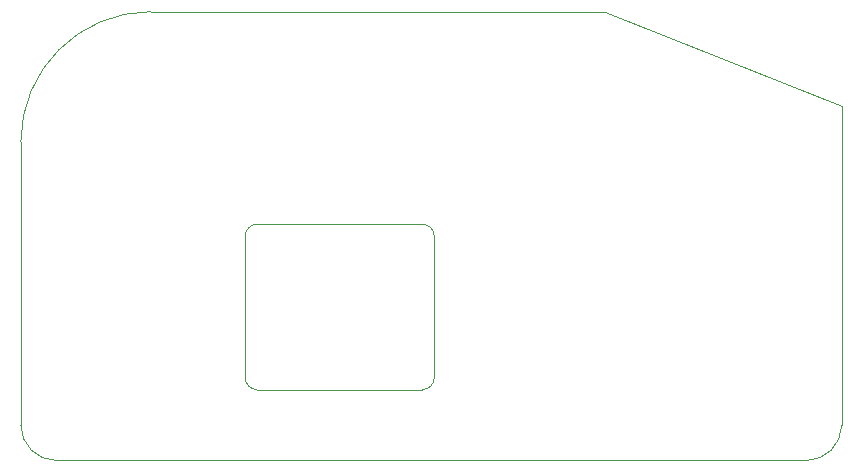
<source format=gbr>
%TF.GenerationSoftware,KiCad,Pcbnew,(5.1.10)-1*%
%TF.CreationDate,2023-05-11T15:26:33-07:00*%
%TF.ProjectId,CUBOTino2,4355424f-5469-46e6-9f32-2e6b69636164,rev?*%
%TF.SameCoordinates,Original*%
%TF.FileFunction,Profile,NP*%
%FSLAX46Y46*%
G04 Gerber Fmt 4.6, Leading zero omitted, Abs format (unit mm)*
G04 Created by KiCad (PCBNEW (5.1.10)-1) date 2023-05-11 15:26:33*
%MOMM*%
%LPD*%
G01*
G04 APERTURE LIST*
%TA.AperFunction,Profile*%
%ADD10C,0.120000*%
%TD*%
%TA.AperFunction,Profile*%
%ADD11C,0.050000*%
%TD*%
G04 APERTURE END LIST*
D10*
X119500000Y-71000000D02*
G75*
G02*
X120500000Y-70000000I1000000J0D01*
G01*
X120500000Y-84000000D02*
G75*
G02*
X119500000Y-83000000I0J1000000D01*
G01*
X134500000Y-84000000D02*
G75*
G03*
X135500000Y-83000000I0J1000000D01*
G01*
X135500000Y-71000000D02*
G75*
G03*
X134500000Y-70000000I-1000000J0D01*
G01*
D11*
X150000000Y-52000000D02*
X170000000Y-60000000D01*
X111500000Y-52000000D02*
G75*
G03*
X100500000Y-63000000I0J-11000000D01*
G01*
X170000000Y-60000000D02*
X170000000Y-87000000D01*
X111500000Y-52000000D02*
X150000000Y-52000000D01*
D10*
X119500000Y-83000000D02*
X119500000Y-71000000D01*
X134500000Y-84000000D02*
X120500000Y-84000000D01*
X135500000Y-71000000D02*
X135500000Y-83000000D01*
X120500000Y-70000000D02*
X134500000Y-70000000D01*
D11*
X103500000Y-90000000D02*
G75*
G02*
X100500000Y-87000000I0J3000000D01*
G01*
X167000000Y-90000000D02*
G75*
G03*
X170000000Y-87000000I0J3000000D01*
G01*
X100500000Y-63000000D02*
X100500000Y-87000000D01*
X103500000Y-90000000D02*
X167000000Y-90000000D01*
M02*

</source>
